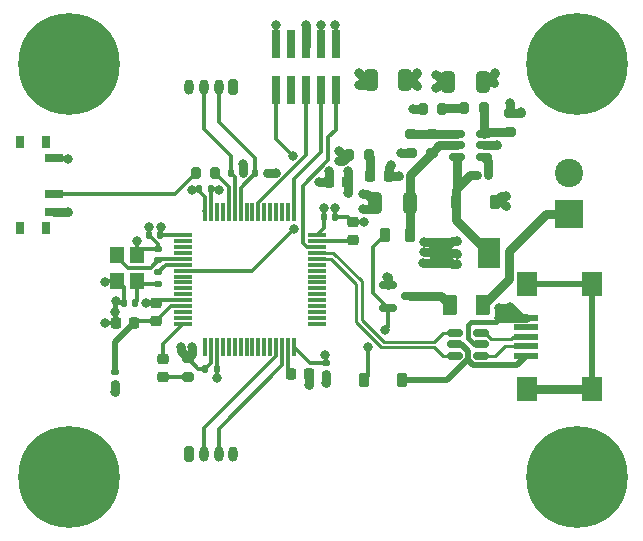
<source format=gbr>
%TF.GenerationSoftware,KiCad,Pcbnew,7.0.7*%
%TF.CreationDate,2023-10-16T17:07:58+03:00*%
%TF.ProjectId,custom_stm_design,63757374-6f6d-45f7-9374-6d5f64657369,rev?*%
%TF.SameCoordinates,Original*%
%TF.FileFunction,Copper,L1,Top*%
%TF.FilePolarity,Positive*%
%FSLAX46Y46*%
G04 Gerber Fmt 4.6, Leading zero omitted, Abs format (unit mm)*
G04 Created by KiCad (PCBNEW 7.0.7) date 2023-10-16 17:07:58*
%MOMM*%
%LPD*%
G01*
G04 APERTURE LIST*
G04 Aperture macros list*
%AMRoundRect*
0 Rectangle with rounded corners*
0 $1 Rounding radius*
0 $2 $3 $4 $5 $6 $7 $8 $9 X,Y pos of 4 corners*
0 Add a 4 corners polygon primitive as box body*
4,1,4,$2,$3,$4,$5,$6,$7,$8,$9,$2,$3,0*
0 Add four circle primitives for the rounded corners*
1,1,$1+$1,$2,$3*
1,1,$1+$1,$4,$5*
1,1,$1+$1,$6,$7*
1,1,$1+$1,$8,$9*
0 Add four rect primitives between the rounded corners*
20,1,$1+$1,$2,$3,$4,$5,0*
20,1,$1+$1,$4,$5,$6,$7,0*
20,1,$1+$1,$6,$7,$8,$9,0*
20,1,$1+$1,$8,$9,$2,$3,0*%
G04 Aperture macros list end*
%TA.AperFunction,SMDPad,CuDef*%
%ADD10R,0.740000X2.400000*%
%TD*%
%TA.AperFunction,ComponentPad*%
%ADD11C,0.900000*%
%TD*%
%TA.AperFunction,ComponentPad*%
%ADD12C,8.600000*%
%TD*%
%TA.AperFunction,SMDPad,CuDef*%
%ADD13RoundRect,0.250000X0.375000X0.625000X-0.375000X0.625000X-0.375000X-0.625000X0.375000X-0.625000X0*%
%TD*%
%TA.AperFunction,SMDPad,CuDef*%
%ADD14RoundRect,0.225000X-0.225000X-0.375000X0.225000X-0.375000X0.225000X0.375000X-0.225000X0.375000X0*%
%TD*%
%TA.AperFunction,SMDPad,CuDef*%
%ADD15RoundRect,0.135000X-0.135000X-0.185000X0.135000X-0.185000X0.135000X0.185000X-0.135000X0.185000X0*%
%TD*%
%TA.AperFunction,SMDPad,CuDef*%
%ADD16RoundRect,0.140000X0.170000X-0.140000X0.170000X0.140000X-0.170000X0.140000X-0.170000X-0.140000X0*%
%TD*%
%TA.AperFunction,SMDPad,CuDef*%
%ADD17RoundRect,0.140000X-0.170000X0.140000X-0.170000X-0.140000X0.170000X-0.140000X0.170000X0.140000X0*%
%TD*%
%TA.AperFunction,SMDPad,CuDef*%
%ADD18RoundRect,0.218750X0.256250X-0.218750X0.256250X0.218750X-0.256250X0.218750X-0.256250X-0.218750X0*%
%TD*%
%TA.AperFunction,SMDPad,CuDef*%
%ADD19RoundRect,0.250000X-0.325000X-0.650000X0.325000X-0.650000X0.325000X0.650000X-0.325000X0.650000X0*%
%TD*%
%TA.AperFunction,SMDPad,CuDef*%
%ADD20RoundRect,0.218750X-0.218750X-0.256250X0.218750X-0.256250X0.218750X0.256250X-0.218750X0.256250X0*%
%TD*%
%TA.AperFunction,SMDPad,CuDef*%
%ADD21RoundRect,0.140000X-0.140000X-0.170000X0.140000X-0.170000X0.140000X0.170000X-0.140000X0.170000X0*%
%TD*%
%TA.AperFunction,SMDPad,CuDef*%
%ADD22R,1.900000X2.500000*%
%TD*%
%TA.AperFunction,SMDPad,CuDef*%
%ADD23RoundRect,0.225000X-0.225000X-0.250000X0.225000X-0.250000X0.225000X0.250000X-0.225000X0.250000X0*%
%TD*%
%TA.AperFunction,SMDPad,CuDef*%
%ADD24RoundRect,0.147500X0.172500X-0.147500X0.172500X0.147500X-0.172500X0.147500X-0.172500X-0.147500X0*%
%TD*%
%TA.AperFunction,SMDPad,CuDef*%
%ADD25RoundRect,0.135000X0.185000X-0.135000X0.185000X0.135000X-0.185000X0.135000X-0.185000X-0.135000X0*%
%TD*%
%TA.AperFunction,ComponentPad*%
%ADD26RoundRect,0.200000X-0.200000X-0.450000X0.200000X-0.450000X0.200000X0.450000X-0.200000X0.450000X0*%
%TD*%
%TA.AperFunction,ComponentPad*%
%ADD27O,0.800000X1.300000*%
%TD*%
%TA.AperFunction,SMDPad,CuDef*%
%ADD28RoundRect,0.150000X0.512500X0.150000X-0.512500X0.150000X-0.512500X-0.150000X0.512500X-0.150000X0*%
%TD*%
%TA.AperFunction,SMDPad,CuDef*%
%ADD29RoundRect,0.075000X-0.700000X-0.075000X0.700000X-0.075000X0.700000X0.075000X-0.700000X0.075000X0*%
%TD*%
%TA.AperFunction,SMDPad,CuDef*%
%ADD30RoundRect,0.075000X-0.075000X-0.700000X0.075000X-0.700000X0.075000X0.700000X-0.075000X0.700000X0*%
%TD*%
%TA.AperFunction,SMDPad,CuDef*%
%ADD31RoundRect,0.200000X-0.200000X-0.275000X0.200000X-0.275000X0.200000X0.275000X-0.200000X0.275000X0*%
%TD*%
%TA.AperFunction,SMDPad,CuDef*%
%ADD32RoundRect,0.200000X0.275000X-0.200000X0.275000X0.200000X-0.275000X0.200000X-0.275000X-0.200000X0*%
%TD*%
%TA.AperFunction,SMDPad,CuDef*%
%ADD33R,0.800000X1.000000*%
%TD*%
%TA.AperFunction,SMDPad,CuDef*%
%ADD34R,1.500000X0.700000*%
%TD*%
%TA.AperFunction,SMDPad,CuDef*%
%ADD35RoundRect,0.140000X0.140000X0.170000X-0.140000X0.170000X-0.140000X-0.170000X0.140000X-0.170000X0*%
%TD*%
%TA.AperFunction,SMDPad,CuDef*%
%ADD36R,2.000000X0.500000*%
%TD*%
%TA.AperFunction,SMDPad,CuDef*%
%ADD37R,1.700000X2.000000*%
%TD*%
%TA.AperFunction,SMDPad,CuDef*%
%ADD38RoundRect,0.225000X0.225000X0.250000X-0.225000X0.250000X-0.225000X-0.250000X0.225000X-0.250000X0*%
%TD*%
%TA.AperFunction,SMDPad,CuDef*%
%ADD39RoundRect,0.225000X-0.250000X0.225000X-0.250000X-0.225000X0.250000X-0.225000X0.250000X0.225000X0*%
%TD*%
%TA.AperFunction,SMDPad,CuDef*%
%ADD40RoundRect,0.200000X-0.275000X0.200000X-0.275000X-0.200000X0.275000X-0.200000X0.275000X0.200000X0*%
%TD*%
%TA.AperFunction,SMDPad,CuDef*%
%ADD41RoundRect,0.150000X-0.587500X-0.150000X0.587500X-0.150000X0.587500X0.150000X-0.587500X0.150000X0*%
%TD*%
%TA.AperFunction,ComponentPad*%
%ADD42R,2.400000X2.400000*%
%TD*%
%TA.AperFunction,ComponentPad*%
%ADD43C,2.400000*%
%TD*%
%TA.AperFunction,ComponentPad*%
%ADD44RoundRect,0.200000X0.200000X0.450000X-0.200000X0.450000X-0.200000X-0.450000X0.200000X-0.450000X0*%
%TD*%
%TA.AperFunction,SMDPad,CuDef*%
%ADD45RoundRect,0.218750X-0.218750X-0.381250X0.218750X-0.381250X0.218750X0.381250X-0.218750X0.381250X0*%
%TD*%
%TA.AperFunction,SMDPad,CuDef*%
%ADD46R,1.200000X1.400000*%
%TD*%
%TA.AperFunction,SMDPad,CuDef*%
%ADD47RoundRect,0.225000X0.225000X0.375000X-0.225000X0.375000X-0.225000X-0.375000X0.225000X-0.375000X0*%
%TD*%
%TA.AperFunction,ViaPad*%
%ADD48C,0.800000*%
%TD*%
%TA.AperFunction,Conductor*%
%ADD49C,0.750000*%
%TD*%
%TA.AperFunction,Conductor*%
%ADD50C,0.300000*%
%TD*%
%TA.AperFunction,Conductor*%
%ADD51C,0.400000*%
%TD*%
%TA.AperFunction,Conductor*%
%ADD52C,0.500000*%
%TD*%
%TA.AperFunction,Conductor*%
%ADD53C,0.261112*%
%TD*%
G04 APERTURE END LIST*
D10*
%TO.P,J2,1,Pin_1*%
%TO.N,+3.3V*%
X107540000Y-69300000D03*
%TO.P,J2,2,Pin_2*%
%TO.N,SWDIO*%
X107540000Y-73200000D03*
%TO.P,J2,3,Pin_3*%
%TO.N,GND*%
X106270000Y-69300000D03*
%TO.P,J2,4,Pin_4*%
%TO.N,SWCLK*%
X106270000Y-73200000D03*
%TO.P,J2,5,Pin_5*%
%TO.N,GND*%
X105000000Y-69300000D03*
%TO.P,J2,6,Pin_6*%
%TO.N,SWD*%
X105000000Y-73200000D03*
%TO.P,J2,7,Pin_7*%
%TO.N,unconnected-(J2-Pin_7-Pad7)*%
X103730000Y-69300000D03*
%TO.P,J2,8,Pin_8*%
%TO.N,unconnected-(J2-Pin_8-Pad8)*%
X103730000Y-73200000D03*
%TO.P,J2,9,Pin_9*%
%TO.N,GND*%
X102460000Y-69300000D03*
%TO.P,J2,10,Pin_10*%
%TO.N,NRST*%
X102460000Y-73200000D03*
%TD*%
D11*
%TO.P,H4,1,1*%
%TO.N,GND*%
X81775000Y-106000000D03*
X82719581Y-103719581D03*
X82719581Y-108280419D03*
X85000000Y-102775000D03*
D12*
X85000000Y-106000000D03*
D11*
X85000000Y-109225000D03*
X87280419Y-103719581D03*
X87280419Y-108280419D03*
X88225000Y-106000000D03*
%TD*%
D13*
%TO.P,F1,1*%
%TO.N,+12V*%
X120000000Y-91450000D03*
%TO.P,F1,2*%
%TO.N,Net-(Q1-D)*%
X117200000Y-91450000D03*
%TD*%
D14*
%TO.P,D2,1,K*%
%TO.N,Net-(D2-K)*%
X109900000Y-97750000D03*
%TO.P,D2,2,A*%
%TO.N,+5V*%
X113200000Y-97750000D03*
%TD*%
D11*
%TO.P,H2,1,1*%
%TO.N,GND*%
X124775000Y-106000000D03*
X125719581Y-103719581D03*
X125719581Y-108280419D03*
X128000000Y-102775000D03*
D12*
X128000000Y-106000000D03*
D11*
X128000000Y-109225000D03*
X130280419Y-103719581D03*
X130280419Y-108280419D03*
X131225000Y-106000000D03*
%TD*%
D15*
%TO.P,R5,1*%
%TO.N,I2C1_SCL*%
X100740000Y-80250000D03*
%TO.P,R5,2*%
%TO.N,+3.3V*%
X101760000Y-80250000D03*
%TD*%
D16*
%TO.P,C7,1*%
%TO.N,GND*%
X106700000Y-97280000D03*
%TO.P,C7,2*%
%TO.N,+3.3V*%
X106700000Y-96320000D03*
%TD*%
D17*
%TO.P,C1,1*%
%TO.N,GND*%
X92500000Y-86670000D03*
%TO.P,C1,2*%
%TO.N,HSE_IN*%
X92500000Y-87630000D03*
%TD*%
D18*
%TO.P,D1,1,K*%
%TO.N,Net-(D1-K)*%
X92900000Y-97537500D03*
%TO.P,D1,2,A*%
%TO.N,LED_Status*%
X92900000Y-95962500D03*
%TD*%
D19*
%TO.P,C13,1*%
%TO.N,GND*%
X110875000Y-82750000D03*
%TO.P,C13,2*%
%TO.N,BUCK_IN*%
X113825000Y-82750000D03*
%TD*%
D20*
%TO.P,D4,1,K*%
%TO.N,Net-(D4-K)*%
X110462500Y-80500000D03*
%TO.P,D4,2,A*%
%TO.N,+3.3V*%
X112037500Y-80500000D03*
%TD*%
D21*
%TO.P,C8,1*%
%TO.N,GND*%
X91720000Y-85500000D03*
%TO.P,C8,2*%
%TO.N,+3.3V*%
X92680000Y-85500000D03*
%TD*%
D19*
%TO.P,C15,2*%
%TO.N,+3.3V*%
X113450000Y-72325000D03*
%TO.P,C15,1*%
%TO.N,GND*%
X110500000Y-72325000D03*
%TD*%
D22*
%TO.P,L2,1*%
%TO.N,BUCK_SW*%
X120525000Y-86975000D03*
%TO.P,L2,2*%
%TO.N,+3.3V*%
X116425000Y-86975000D03*
%TD*%
D23*
%TO.P,C12,1*%
%TO.N,GND*%
X88925000Y-92900000D03*
%TO.P,C12,2*%
%TO.N,+3.3VA*%
X90475000Y-92900000D03*
%TD*%
D24*
%TO.P,L1,1*%
%TO.N,+3.3V*%
X88875000Y-98085000D03*
%TO.P,L1,2*%
%TO.N,+3.3VA*%
X88875000Y-97115000D03*
%TD*%
D25*
%TO.P,R1,1*%
%TO.N,Net-(C2-Pad2)*%
X92500000Y-89660000D03*
%TO.P,R1,2*%
%TO.N,HSE_OUT*%
X92500000Y-88640000D03*
%TD*%
D26*
%TO.P,J5,1,Pin_1*%
%TO.N,+3.3V*%
X95125000Y-104050000D03*
D27*
%TO.P,J5,2,Pin_2*%
%TO.N,USART3_TX*%
X96375000Y-104050000D03*
%TO.P,J5,3,Pin_3*%
%TO.N,USART3_RX*%
X97625000Y-104050000D03*
%TO.P,J5,4,Pin_4*%
%TO.N,GND*%
X98875000Y-104050000D03*
%TD*%
D28*
%TO.P,U3,1,I/O1*%
%TO.N,USB_CONN_D-*%
X119887500Y-95700000D03*
%TO.P,U3,2,GND*%
%TO.N,GND*%
X119887500Y-94750000D03*
%TO.P,U3,3,I/O2*%
%TO.N,USB_CONN_D+*%
X119887500Y-93800000D03*
%TO.P,U3,4,I/O2*%
%TO.N,USB_D+*%
X117612500Y-93800000D03*
%TO.P,U3,5,VBUS*%
%TO.N,+5V*%
X117612500Y-94750000D03*
%TO.P,U3,6,I/O1*%
%TO.N,USB_D-*%
X117612500Y-95700000D03*
%TD*%
D15*
%TO.P,R4,1*%
%TO.N,I2C1_SDA*%
X98640000Y-80250000D03*
%TO.P,R4,2*%
%TO.N,+3.3V*%
X99660000Y-80250000D03*
%TD*%
D29*
%TO.P,U1,1,VBAT*%
%TO.N,+3.3V*%
X94575000Y-85500000D03*
%TO.P,U1,2,PC13*%
%TO.N,unconnected-(U1-PC13-Pad2)*%
X94575000Y-86000000D03*
%TO.P,U1,3,PC14*%
%TO.N,unconnected-(U1-PC14-Pad3)*%
X94575000Y-86500000D03*
%TO.P,U1,4,PC15*%
%TO.N,unconnected-(U1-PC15-Pad4)*%
X94575000Y-87000000D03*
%TO.P,U1,5,PH0*%
%TO.N,HSE_IN*%
X94575000Y-87500000D03*
%TO.P,U1,6,PH1*%
%TO.N,HSE_OUT*%
X94575000Y-88000000D03*
%TO.P,U1,7,NRST*%
%TO.N,NRST*%
X94575000Y-88500000D03*
%TO.P,U1,8,PC0*%
%TO.N,unconnected-(U1-PC0-Pad8)*%
X94575000Y-89000000D03*
%TO.P,U1,9,PC1*%
%TO.N,unconnected-(U1-PC1-Pad9)*%
X94575000Y-89500000D03*
%TO.P,U1,10,PC2*%
%TO.N,unconnected-(U1-PC2-Pad10)*%
X94575000Y-90000000D03*
%TO.P,U1,11,PC3*%
%TO.N,unconnected-(U1-PC3-Pad11)*%
X94575000Y-90500000D03*
%TO.P,U1,12,VSSA*%
%TO.N,GND*%
X94575000Y-91000000D03*
%TO.P,U1,13,VDDA*%
%TO.N,+3.3VA*%
X94575000Y-91500000D03*
%TO.P,U1,14,PA0*%
%TO.N,unconnected-(U1-PA0-Pad14)*%
X94575000Y-92000000D03*
%TO.P,U1,15,PA1*%
%TO.N,unconnected-(U1-PA1-Pad15)*%
X94575000Y-92500000D03*
%TO.P,U1,16,PA2*%
%TO.N,LED_Status*%
X94575000Y-93000000D03*
D30*
%TO.P,U1,17,PA3*%
%TO.N,unconnected-(U1-PA3-Pad17)*%
X96500000Y-94925000D03*
%TO.P,U1,18,VSS*%
%TO.N,GND*%
X97000000Y-94925000D03*
%TO.P,U1,19,VDD*%
%TO.N,+3.3V*%
X97500000Y-94925000D03*
%TO.P,U1,20,PA4*%
%TO.N,unconnected-(U1-PA4-Pad20)*%
X98000000Y-94925000D03*
%TO.P,U1,21,PA5*%
%TO.N,unconnected-(U1-PA5-Pad21)*%
X98500000Y-94925000D03*
%TO.P,U1,22,PA6*%
%TO.N,unconnected-(U1-PA6-Pad22)*%
X99000000Y-94925000D03*
%TO.P,U1,23,PA7*%
%TO.N,unconnected-(U1-PA7-Pad23)*%
X99500000Y-94925000D03*
%TO.P,U1,24,PC4*%
%TO.N,unconnected-(U1-PC4-Pad24)*%
X100000000Y-94925000D03*
%TO.P,U1,25,PC5*%
%TO.N,unconnected-(U1-PC5-Pad25)*%
X100500000Y-94925000D03*
%TO.P,U1,26,PB0*%
%TO.N,unconnected-(U1-PB0-Pad26)*%
X101000000Y-94925000D03*
%TO.P,U1,27,PB1*%
%TO.N,unconnected-(U1-PB1-Pad27)*%
X101500000Y-94925000D03*
%TO.P,U1,28,PB2*%
%TO.N,unconnected-(U1-PB2-Pad28)*%
X102000000Y-94925000D03*
%TO.P,U1,29,PB10*%
%TO.N,USART3_TX*%
X102500000Y-94925000D03*
%TO.P,U1,30,PB11*%
%TO.N,USART3_RX*%
X103000000Y-94925000D03*
%TO.P,U1,31,VCAP_1*%
%TO.N,Net-(U1-VCAP_1)*%
X103500000Y-94925000D03*
%TO.P,U1,32,VDD*%
%TO.N,+3.3V*%
X104000000Y-94925000D03*
D29*
%TO.P,U1,33,PB12*%
%TO.N,unconnected-(U1-PB12-Pad33)*%
X105925000Y-93000000D03*
%TO.P,U1,34,PB13*%
%TO.N,unconnected-(U1-PB13-Pad34)*%
X105925000Y-92500000D03*
%TO.P,U1,35,PB14*%
%TO.N,unconnected-(U1-PB14-Pad35)*%
X105925000Y-92000000D03*
%TO.P,U1,36,PB15*%
%TO.N,unconnected-(U1-PB15-Pad36)*%
X105925000Y-91500000D03*
%TO.P,U1,37,PC6*%
%TO.N,unconnected-(U1-PC6-Pad37)*%
X105925000Y-91000000D03*
%TO.P,U1,38,PC7*%
%TO.N,unconnected-(U1-PC7-Pad38)*%
X105925000Y-90500000D03*
%TO.P,U1,39,PC8*%
%TO.N,unconnected-(U1-PC8-Pad39)*%
X105925000Y-90000000D03*
%TO.P,U1,40,PC9*%
%TO.N,unconnected-(U1-PC9-Pad40)*%
X105925000Y-89500000D03*
%TO.P,U1,41,PA8*%
%TO.N,unconnected-(U1-PA8-Pad41)*%
X105925000Y-89000000D03*
%TO.P,U1,42,PA9*%
%TO.N,unconnected-(U1-PA9-Pad42)*%
X105925000Y-88500000D03*
%TO.P,U1,43,PA10*%
%TO.N,unconnected-(U1-PA10-Pad43)*%
X105925000Y-88000000D03*
%TO.P,U1,44,PA11*%
%TO.N,USB_D-*%
X105925000Y-87500000D03*
%TO.P,U1,45,PA12*%
%TO.N,USB_D+*%
X105925000Y-87000000D03*
%TO.P,U1,46,PA13*%
%TO.N,SWDIO*%
X105925000Y-86500000D03*
%TO.P,U1,47,VCAP_2*%
%TO.N,Net-(U1-VCAP_2)*%
X105925000Y-86000000D03*
%TO.P,U1,48,VDD*%
%TO.N,+3.3V*%
X105925000Y-85500000D03*
D30*
%TO.P,U1,49,PA14*%
%TO.N,SWCLK*%
X104000000Y-83575000D03*
%TO.P,U1,50,PA15*%
%TO.N,unconnected-(U1-PA15-Pad50)*%
X103500000Y-83575000D03*
%TO.P,U1,51,PC10*%
%TO.N,unconnected-(U1-PC10-Pad51)*%
X103000000Y-83575000D03*
%TO.P,U1,52,PC11*%
%TO.N,unconnected-(U1-PC11-Pad52)*%
X102500000Y-83575000D03*
%TO.P,U1,53,PC12*%
%TO.N,unconnected-(U1-PC12-Pad53)*%
X102000000Y-83575000D03*
%TO.P,U1,54,PD2*%
%TO.N,unconnected-(U1-PD2-Pad54)*%
X101500000Y-83575000D03*
%TO.P,U1,55,PB3*%
%TO.N,SWD*%
X101000000Y-83575000D03*
%TO.P,U1,56,PB4*%
%TO.N,unconnected-(U1-PB4-Pad56)*%
X100500000Y-83575000D03*
%TO.P,U1,57,PB5*%
%TO.N,unconnected-(U1-PB5-Pad57)*%
X100000000Y-83575000D03*
%TO.P,U1,58,PB6*%
%TO.N,I2C1_SCL*%
X99500000Y-83575000D03*
%TO.P,U1,59,PB7*%
%TO.N,I2C1_SDA*%
X99000000Y-83575000D03*
%TO.P,U1,60,BOOT0*%
%TO.N,BOOT0*%
X98500000Y-83575000D03*
%TO.P,U1,61,PB8*%
%TO.N,unconnected-(U1-PB8-Pad61)*%
X98000000Y-83575000D03*
%TO.P,U1,62,PB9*%
%TO.N,unconnected-(U1-PB9-Pad62)*%
X97500000Y-83575000D03*
%TO.P,U1,63,VSS*%
%TO.N,GND*%
X97000000Y-83575000D03*
%TO.P,U1,64,VDD*%
%TO.N,+3.3V*%
X96500000Y-83575000D03*
%TD*%
D31*
%TO.P,R9,1*%
%TO.N,GND*%
X108675000Y-78750000D03*
%TO.P,R9,2*%
%TO.N,Net-(D4-K)*%
X110325000Y-78750000D03*
%TD*%
D32*
%TO.P,R11,1*%
%TO.N,GND*%
X113950000Y-78575000D03*
%TO.P,R11,2*%
%TO.N,BUCK_EN*%
X113950000Y-76925000D03*
%TD*%
D33*
%TO.P,SW1,*%
%TO.N,*%
X83030000Y-77600000D03*
X80820000Y-77600000D03*
X83030000Y-84900000D03*
X80820000Y-84900000D03*
D34*
%TO.P,SW1,1,A*%
%TO.N,+3.3V*%
X83680000Y-79000000D03*
%TO.P,SW1,2,B*%
%TO.N,Net-(SW1-B)*%
X83680000Y-82000000D03*
%TO.P,SW1,3,C*%
%TO.N,GND*%
X83680000Y-83500000D03*
%TD*%
D35*
%TO.P,C5,1*%
%TO.N,GND*%
X96955000Y-81625000D03*
%TO.P,C5,2*%
%TO.N,+3.3V*%
X95995000Y-81625000D03*
%TD*%
D36*
%TO.P,J4,1,VBUS*%
%TO.N,+5V*%
X123675000Y-95700000D03*
%TO.P,J4,2,D-*%
%TO.N,USB_CONN_D-*%
X123675000Y-94900000D03*
%TO.P,J4,3,D+*%
%TO.N,USB_CONN_D+*%
X123675000Y-94100000D03*
%TO.P,J4,4,ID*%
%TO.N,unconnected-(J4-ID-Pad4)*%
X123675000Y-93300000D03*
%TO.P,J4,5,GND*%
%TO.N,GND*%
X123675000Y-92500000D03*
D37*
%TO.P,J4,6,Shield*%
%TO.N,unconnected-(J4-Shield-Pad6)*%
X123775000Y-98550000D03*
X129225000Y-98550000D03*
X123775000Y-89650000D03*
X129225000Y-89650000D03*
%TD*%
D38*
%TO.P,C10,1*%
%TO.N,GND*%
X105275000Y-97250000D03*
%TO.P,C10,2*%
%TO.N,Net-(U1-VCAP_1)*%
X103725000Y-97250000D03*
%TD*%
D39*
%TO.P,C9,1*%
%TO.N,GND*%
X109000000Y-84375000D03*
%TO.P,C9,2*%
%TO.N,Net-(U1-VCAP_2)*%
X109000000Y-85925000D03*
%TD*%
D40*
%TO.P,R10,1*%
%TO.N,BUCK_EN*%
X115675000Y-76900000D03*
%TO.P,R10,2*%
%TO.N,BUCK_IN*%
X115675000Y-78550000D03*
%TD*%
D31*
%TO.P,R8,1*%
%TO.N,GND*%
X114925000Y-74800000D03*
%TO.P,R8,2*%
%TO.N,Net-(R7-Pad1)*%
X116575000Y-74800000D03*
%TD*%
D38*
%TO.P,C3,1*%
%TO.N,GND*%
X108525000Y-81000000D03*
%TO.P,C3,2*%
%TO.N,+3.3V*%
X106975000Y-81000000D03*
%TD*%
D11*
%TO.P,H1,1,1*%
%TO.N,GND*%
X124775000Y-71000000D03*
X125719581Y-68719581D03*
X125719581Y-73280419D03*
X128000000Y-67775000D03*
D12*
X128000000Y-71000000D03*
D11*
X128000000Y-74225000D03*
X130280419Y-68719581D03*
X130280419Y-73280419D03*
X131225000Y-71000000D03*
%TD*%
D41*
%TO.P,Q1,1,G*%
%TO.N,GND*%
X111937500Y-89725000D03*
%TO.P,Q1,2,S*%
%TO.N,Net-(D2-K)*%
X111937500Y-91625000D03*
%TO.P,Q1,3,D*%
%TO.N,Net-(Q1-D)*%
X113812500Y-90675000D03*
%TD*%
D11*
%TO.P,H3,1,1*%
%TO.N,GND*%
X81775000Y-71000000D03*
X82719581Y-68719581D03*
X82719581Y-73280419D03*
X85000000Y-67775000D03*
D12*
X85000000Y-71000000D03*
D11*
X85000000Y-74225000D03*
X87280419Y-68719581D03*
X87280419Y-73280419D03*
X88225000Y-71000000D03*
%TD*%
D21*
%TO.P,C4,1*%
%TO.N,GND*%
X96520000Y-96800000D03*
%TO.P,C4,2*%
%TO.N,+3.3V*%
X97480000Y-96800000D03*
%TD*%
D31*
%TO.P,R7,1*%
%TO.N,Net-(R7-Pad1)*%
X118425000Y-74750000D03*
%TO.P,R7,2*%
%TO.N,BUCK_FB*%
X120075000Y-74750000D03*
%TD*%
D35*
%TO.P,C6,1*%
%TO.N,GND*%
X107480000Y-83950000D03*
%TO.P,C6,2*%
%TO.N,+3.3V*%
X106520000Y-83950000D03*
%TD*%
D42*
%TO.P,J1,1,Pin_1*%
%TO.N,+12V*%
X127300000Y-83700000D03*
D43*
%TO.P,J1,2,Pin_2*%
%TO.N,GND*%
X127300000Y-80200000D03*
%TD*%
D40*
%TO.P,R2,1*%
%TO.N,GND*%
X95000000Y-95875000D03*
%TO.P,R2,2*%
%TO.N,Net-(D1-K)*%
X95000000Y-97525000D03*
%TD*%
D35*
%TO.P,C16,1*%
%TO.N,BUCK_BST*%
X120430000Y-80400000D03*
%TO.P,C16,2*%
%TO.N,BUCK_SW*%
X119470000Y-80400000D03*
%TD*%
D39*
%TO.P,C11,1*%
%TO.N,GND*%
X92350000Y-91225000D03*
%TO.P,C11,2*%
%TO.N,+3.3VA*%
X92350000Y-92775000D03*
%TD*%
D44*
%TO.P,J3,1,Pin_1*%
%TO.N,+3.3V*%
X98875000Y-72950000D03*
D27*
%TO.P,J3,2,Pin_2*%
%TO.N,I2C1_SCL*%
X97625000Y-72950000D03*
%TO.P,J3,3,Pin_3*%
%TO.N,I2C1_SDA*%
X96375000Y-72950000D03*
%TO.P,J3,4,Pin_4*%
%TO.N,GND*%
X95125000Y-72950000D03*
%TD*%
D45*
%TO.P,FB1,1*%
%TO.N,Net-(D2-K)*%
X111687500Y-85500000D03*
%TO.P,FB1,2*%
%TO.N,BUCK_IN*%
X113812500Y-85500000D03*
%TD*%
D19*
%TO.P,C14,2*%
%TO.N,+3.3V*%
X119975000Y-72550000D03*
%TO.P,C14,1*%
%TO.N,GND*%
X117025000Y-72550000D03*
%TD*%
D32*
%TO.P,R6,1*%
%TO.N,BUCK_FB*%
X122300000Y-76775000D03*
%TO.P,R6,2*%
%TO.N,+3.3V*%
X122300000Y-75125000D03*
%TD*%
D46*
%TO.P,Y1,1,1*%
%TO.N,HSE_IN*%
X89050000Y-87150000D03*
%TO.P,Y1,2,2*%
%TO.N,GND*%
X89050000Y-89350000D03*
%TO.P,Y1,3,3*%
%TO.N,Net-(C2-Pad2)*%
X90750000Y-89350000D03*
%TO.P,Y1,4,4*%
%TO.N,GND*%
X90750000Y-87150000D03*
%TD*%
D28*
%TO.P,U2,1,BST*%
%TO.N,BUCK_BST*%
X120087500Y-78850000D03*
%TO.P,U2,2,GND*%
%TO.N,GND*%
X120087500Y-77900000D03*
%TO.P,U2,3,FB*%
%TO.N,BUCK_FB*%
X120087500Y-76950000D03*
%TO.P,U2,4,EN*%
%TO.N,BUCK_EN*%
X117812500Y-76950000D03*
%TO.P,U2,5,IN*%
%TO.N,BUCK_IN*%
X117812500Y-77900000D03*
%TO.P,U2,6,SW*%
%TO.N,BUCK_SW*%
X117812500Y-78850000D03*
%TD*%
D21*
%TO.P,C2,1*%
%TO.N,GND*%
X89620000Y-91200000D03*
%TO.P,C2,2*%
%TO.N,Net-(C2-Pad2)*%
X90580000Y-91200000D03*
%TD*%
D31*
%TO.P,R3,1*%
%TO.N,Net-(SW1-B)*%
X95675000Y-80250000D03*
%TO.P,R3,2*%
%TO.N,BOOT0*%
X97325000Y-80250000D03*
%TD*%
D47*
%TO.P,D3,1,K*%
%TO.N,GND*%
X121050000Y-82650000D03*
%TO.P,D3,2,A*%
%TO.N,BUCK_SW*%
X117750000Y-82650000D03*
%TD*%
D48*
%TO.N,GND*%
X106300000Y-67675000D03*
X105000000Y-67675000D03*
X102450000Y-67675000D03*
%TO.N,+3.3V*%
X107525000Y-67675000D03*
%TO.N,NRST*%
X103937853Y-78812853D03*
%TO.N,+3.3V*%
X92725000Y-84775000D03*
%TO.N,GND*%
X91700000Y-84775000D03*
X97650000Y-81650000D03*
%TO.N,+3.3V*%
X95350000Y-81700000D03*
%TO.N,GND*%
X88900000Y-92000000D03*
X88025000Y-92925000D03*
X107525000Y-83200000D03*
X121225000Y-77900000D03*
X105300000Y-98175000D03*
X109925000Y-84375000D03*
X111875000Y-89000000D03*
X121925000Y-83025000D03*
X121925000Y-82175000D03*
X109850000Y-83250000D03*
X109875000Y-82050000D03*
X107850000Y-79225000D03*
X108550000Y-81900000D03*
X108550000Y-80075000D03*
X107850000Y-78400000D03*
X113050000Y-78575000D03*
X114075000Y-74775000D03*
X116075000Y-73025000D03*
X116050000Y-71975000D03*
X109500000Y-72800000D03*
X109500000Y-71750000D03*
X84850000Y-83500000D03*
X90750000Y-86000000D03*
X88050000Y-89425000D03*
X88925000Y-91100000D03*
X91450000Y-91225000D03*
X95350000Y-95000000D03*
X94425000Y-95000000D03*
X106700000Y-97975000D03*
X122325000Y-91600000D03*
X121375000Y-91625000D03*
X121375000Y-92550000D03*
X122225000Y-92525000D03*
%TO.N,+3.3V*%
X123225000Y-75100000D03*
X112225000Y-79575000D03*
X106975000Y-80075000D03*
X117775000Y-87050000D03*
X117775000Y-87975000D03*
X117775000Y-86025000D03*
X99675000Y-79500000D03*
X114975000Y-87825000D03*
X115025000Y-86950000D03*
X115025000Y-86075000D03*
X106100000Y-80975000D03*
X102500000Y-80250000D03*
X84850000Y-79075000D03*
X114450000Y-72825000D03*
X88875000Y-98800000D03*
X121000000Y-71800000D03*
X97500000Y-97550000D03*
X114450000Y-71800000D03*
X120975000Y-72625000D03*
X106675000Y-95625000D03*
X106575000Y-83200000D03*
X112900000Y-80525000D03*
X122275000Y-74300000D03*
%TO.N,Net-(D2-K)*%
X110250000Y-95000000D03*
X111750000Y-93500000D03*
%TO.N,NRST*%
X104000000Y-85000000D03*
%TD*%
D49*
%TO.N,BUCK_SW*%
X118925000Y-80400000D02*
X119470000Y-80400000D01*
X117812500Y-78850000D02*
X117812500Y-81512500D01*
X117812500Y-81512500D02*
X118925000Y-80400000D01*
X117750000Y-81650000D02*
X117750000Y-82650000D01*
D50*
%TO.N,+3.3V*%
X107540000Y-67690000D02*
X107525000Y-67675000D01*
X107540000Y-69300000D02*
X107540000Y-67690000D01*
%TO.N,GND*%
X106270000Y-69300000D02*
X106270000Y-67705000D01*
X106270000Y-67705000D02*
X106300000Y-67675000D01*
X102460000Y-67685000D02*
X102450000Y-67675000D01*
X102460000Y-69300000D02*
X102460000Y-67685000D01*
D49*
X105000000Y-67675000D02*
X105000000Y-69450000D01*
X105000000Y-67675000D02*
X105025000Y-67700000D01*
X105025000Y-67700000D02*
X105025000Y-69425000D01*
D50*
%TO.N,NRST*%
X102460000Y-77335000D02*
X102460000Y-73200000D01*
X103937853Y-78812853D02*
X102460000Y-77335000D01*
%TO.N,SWDIO*%
X104750000Y-86130330D02*
X105119670Y-86500000D01*
X106925000Y-79125000D02*
X104750000Y-81300000D01*
X104750000Y-81300000D02*
X104750000Y-86130330D01*
X107540000Y-76610000D02*
X106925000Y-77225000D01*
X105119670Y-86500000D02*
X105925000Y-86500000D01*
X107540000Y-73200000D02*
X107540000Y-76610000D01*
X106925000Y-77225000D02*
X106925000Y-79125000D01*
%TO.N,SWCLK*%
X104000000Y-80725000D02*
X104000000Y-83575000D01*
X106270000Y-73200000D02*
X106270000Y-78455000D01*
X106270000Y-78455000D02*
X104000000Y-80725000D01*
%TO.N,SWD*%
X101000000Y-82739950D02*
X101000000Y-83575000D01*
X105000000Y-73200000D02*
X105000000Y-78739950D01*
X105000000Y-78739950D02*
X101000000Y-82739950D01*
D49*
%TO.N,BUCK_EN*%
X117787500Y-76925000D02*
X117812500Y-76950000D01*
X113950000Y-76925000D02*
X117787500Y-76925000D01*
D50*
%TO.N,+3.3V*%
X92725000Y-85455000D02*
X92680000Y-85500000D01*
X92725000Y-84775000D02*
X92725000Y-85455000D01*
%TO.N,GND*%
X91700000Y-85480000D02*
X91720000Y-85500000D01*
X91700000Y-84775000D02*
X91700000Y-85480000D01*
X96955000Y-81625000D02*
X97625000Y-81625000D01*
X97625000Y-81625000D02*
X97650000Y-81650000D01*
%TO.N,+3.3V*%
X95425000Y-81625000D02*
X95350000Y-81700000D01*
X95995000Y-81625000D02*
X95425000Y-81625000D01*
%TO.N,GND*%
X97000000Y-81670000D02*
X96955000Y-81625000D01*
X97000000Y-83575000D02*
X97000000Y-81670000D01*
%TO.N,+3.3V*%
X96500000Y-82300000D02*
X96500000Y-83575000D01*
X95995000Y-81795000D02*
X96500000Y-82300000D01*
X95995000Y-81625000D02*
X95995000Y-81795000D01*
%TO.N,BOOT0*%
X98500000Y-81425000D02*
X97325000Y-80250000D01*
X98500000Y-83575000D02*
X98500000Y-81425000D01*
D51*
%TO.N,+3.3V*%
X84775000Y-79000000D02*
X84850000Y-79075000D01*
X83680000Y-79000000D02*
X84775000Y-79000000D01*
%TO.N,GND*%
X88900000Y-91125000D02*
X88925000Y-91100000D01*
X88900000Y-92000000D02*
X88900000Y-91125000D01*
X88900000Y-92875000D02*
X88925000Y-92900000D01*
X88900000Y-92000000D02*
X88900000Y-92875000D01*
D50*
X88050000Y-92900000D02*
X88025000Y-92925000D01*
X88925000Y-92900000D02*
X88050000Y-92900000D01*
X107480000Y-83245000D02*
X107525000Y-83200000D01*
X107480000Y-83950000D02*
X107480000Y-83245000D01*
D51*
X119025000Y-92850000D02*
X121075000Y-92850000D01*
X121075000Y-92850000D02*
X121375000Y-92550000D01*
X119275000Y-94750000D02*
X118750000Y-94225000D01*
X119887500Y-94750000D02*
X119275000Y-94750000D01*
X118750000Y-94225000D02*
X118750000Y-93125000D01*
X118750000Y-93125000D02*
X119025000Y-92850000D01*
D49*
X83680000Y-83500000D02*
X84850000Y-83500000D01*
X120087500Y-77900000D02*
X121225000Y-77900000D01*
X113050000Y-78575000D02*
X113950000Y-78575000D01*
X114100000Y-74800000D02*
X114075000Y-74775000D01*
X114925000Y-74800000D02*
X114100000Y-74800000D01*
X117025000Y-72550000D02*
X116550000Y-72550000D01*
X116550000Y-72550000D02*
X116141574Y-72958426D01*
X116758148Y-72550000D02*
X116116574Y-71908426D01*
X117025000Y-72550000D02*
X116758148Y-72550000D01*
X110025000Y-72800000D02*
X110500000Y-72325000D01*
X109500000Y-72800000D02*
X110025000Y-72800000D01*
X110075000Y-72325000D02*
X109500000Y-71750000D01*
X110500000Y-72325000D02*
X110075000Y-72325000D01*
D50*
X109000000Y-84375000D02*
X109925000Y-84375000D01*
D49*
X109850000Y-83250000D02*
X110375000Y-83250000D01*
X110375000Y-83250000D02*
X110875000Y-82750000D01*
X110175000Y-82050000D02*
X110875000Y-82750000D01*
X109875000Y-82050000D02*
X110175000Y-82050000D01*
X108550000Y-81900000D02*
X108550000Y-81025000D01*
X108550000Y-81025000D02*
X108525000Y-81000000D01*
X108550000Y-80975000D02*
X108525000Y-81000000D01*
X108550000Y-80075000D02*
X108550000Y-80975000D01*
X108200000Y-79225000D02*
X108675000Y-78750000D01*
X107850000Y-79225000D02*
X108200000Y-79225000D01*
X108675000Y-78750000D02*
X108200000Y-78750000D01*
X108200000Y-78750000D02*
X107850000Y-78400000D01*
X121550000Y-82650000D02*
X121925000Y-83025000D01*
X121050000Y-82650000D02*
X121550000Y-82650000D01*
X121525000Y-82175000D02*
X121050000Y-82650000D01*
X121925000Y-82175000D02*
X121525000Y-82175000D01*
X122325000Y-91600000D02*
X121375000Y-92550000D01*
X123225000Y-92500000D02*
X122325000Y-91600000D01*
X123675000Y-92500000D02*
X123225000Y-92500000D01*
X122300000Y-91625000D02*
X122325000Y-91600000D01*
X121375000Y-91625000D02*
X122300000Y-91625000D01*
X121375000Y-92550000D02*
X121375000Y-91625000D01*
X121400000Y-92525000D02*
X121375000Y-92550000D01*
X122225000Y-92525000D02*
X121400000Y-92525000D01*
X122250000Y-92500000D02*
X122225000Y-92525000D01*
X123675000Y-92500000D02*
X122250000Y-92500000D01*
X111937500Y-89725000D02*
X111937500Y-89062500D01*
X111937500Y-89062500D02*
X111875000Y-89000000D01*
X106700000Y-97280000D02*
X106700000Y-97975000D01*
X105275000Y-98150000D02*
X105300000Y-98175000D01*
X105275000Y-97250000D02*
X105275000Y-98150000D01*
X95350000Y-95525000D02*
X95000000Y-95875000D01*
X95350000Y-95000000D02*
X95350000Y-95525000D01*
X94425000Y-95300000D02*
X95000000Y-95875000D01*
X94425000Y-95000000D02*
X94425000Y-95300000D01*
D50*
X92350000Y-91225000D02*
X91450000Y-91225000D01*
X89025000Y-91200000D02*
X88925000Y-91100000D01*
X89620000Y-91200000D02*
X89025000Y-91200000D01*
X88125000Y-89350000D02*
X88050000Y-89425000D01*
X89050000Y-89350000D02*
X88125000Y-89350000D01*
X90750000Y-87150000D02*
X90750000Y-86000000D01*
D49*
%TO.N,+3.3V*%
X112037500Y-79762500D02*
X112225000Y-79575000D01*
X112037500Y-80500000D02*
X112037500Y-79762500D01*
X106975000Y-81000000D02*
X106975000Y-80075000D01*
X123200000Y-75125000D02*
X123225000Y-75100000D01*
X122300000Y-75125000D02*
X123200000Y-75125000D01*
X117425000Y-87975000D02*
X116425000Y-86975000D01*
X117775000Y-87975000D02*
X117425000Y-87975000D01*
X115575000Y-87825000D02*
X116425000Y-86975000D01*
X114975000Y-87825000D02*
X115575000Y-87825000D01*
X116400000Y-86950000D02*
X116425000Y-86975000D01*
X115025000Y-86950000D02*
X116400000Y-86950000D01*
X115525000Y-86075000D02*
X116425000Y-86975000D01*
X115025000Y-86075000D02*
X115525000Y-86075000D01*
X117375000Y-86025000D02*
X116425000Y-86975000D01*
X117775000Y-86025000D02*
X117375000Y-86025000D01*
X117700000Y-86975000D02*
X117775000Y-87050000D01*
X116425000Y-86975000D02*
X117700000Y-86975000D01*
D50*
X106520000Y-83255000D02*
X106575000Y-83200000D01*
X106520000Y-83950000D02*
X106520000Y-83255000D01*
D49*
X99675000Y-80235000D02*
X99660000Y-80250000D01*
X99675000Y-79500000D02*
X99675000Y-80235000D01*
X106125000Y-81000000D02*
X106100000Y-80975000D01*
X106975000Y-81000000D02*
X106125000Y-81000000D01*
X112875000Y-80500000D02*
X112900000Y-80525000D01*
X112037500Y-80500000D02*
X112875000Y-80500000D01*
X122300000Y-74325000D02*
X122275000Y-74300000D01*
X122300000Y-75125000D02*
X122300000Y-74325000D01*
X120900000Y-72550000D02*
X120975000Y-72625000D01*
X119975000Y-72550000D02*
X120900000Y-72550000D01*
X120250000Y-72550000D02*
X121000000Y-71800000D01*
X119975000Y-72550000D02*
X120250000Y-72550000D01*
X113450000Y-72325000D02*
X113950000Y-72325000D01*
X113950000Y-72325000D02*
X114450000Y-72825000D01*
X113925000Y-72325000D02*
X114450000Y-71800000D01*
X113450000Y-72325000D02*
X113925000Y-72325000D01*
X101760000Y-80250000D02*
X102500000Y-80250000D01*
X88875000Y-98085000D02*
X88875000Y-98800000D01*
D50*
X97480000Y-97530000D02*
X97500000Y-97550000D01*
X97480000Y-96800000D02*
X97480000Y-97530000D01*
X106700000Y-96320000D02*
X106700000Y-95650000D01*
X106700000Y-95650000D02*
X106675000Y-95625000D01*
D52*
%TO.N,+5V*%
X117002817Y-97750000D02*
X113200000Y-97750000D01*
X118750000Y-96002817D02*
X117002817Y-97750000D01*
X118750000Y-95323592D02*
X118750000Y-96002817D01*
%TO.N,unconnected-(J4-Shield-Pad6)*%
X129225000Y-89650000D02*
X129225000Y-98550000D01*
X123775000Y-89650000D02*
X129225000Y-89650000D01*
D49*
X123775000Y-98550000D02*
X129225000Y-98550000D01*
D50*
%TO.N,Net-(D2-K)*%
X110675000Y-90362500D02*
X111937500Y-91625000D01*
X110675000Y-86512500D02*
X110675000Y-90362500D01*
X111687500Y-85500000D02*
X110675000Y-86512500D01*
X111937500Y-91625000D02*
X111937500Y-93312500D01*
X111937500Y-93312500D02*
X111750000Y-93500000D01*
X111375000Y-91625000D02*
X111937500Y-91625000D01*
X111625000Y-85562500D02*
X111437500Y-85562500D01*
X111687500Y-85500000D02*
X111625000Y-85562500D01*
X111750000Y-91812500D02*
X111937500Y-91625000D01*
D49*
%TO.N,BUCK_SW*%
X117750000Y-84200000D02*
X117750000Y-82650000D01*
X120525000Y-86975000D02*
X117750000Y-84200000D01*
%TO.N,+12V*%
X122225000Y-89225000D02*
X120000000Y-91450000D01*
X122225000Y-86825000D02*
X122225000Y-89225000D01*
X125350000Y-83700000D02*
X122225000Y-86825000D01*
X127300000Y-83700000D02*
X125350000Y-83700000D01*
%TO.N,Net-(Q1-D)*%
X116425000Y-90675000D02*
X117200000Y-91450000D01*
X113812500Y-90675000D02*
X116425000Y-90675000D01*
D52*
%TO.N,+3.3VA*%
X88875000Y-94500000D02*
X90475000Y-92900000D01*
X88875000Y-97115000D02*
X88875000Y-94500000D01*
D50*
%TO.N,GND*%
X97000000Y-94925000D02*
X97000000Y-96320000D01*
X97000000Y-96320000D02*
X96520000Y-96800000D01*
X92500000Y-86670000D02*
X92500000Y-86280000D01*
X92500000Y-86670000D02*
X91230000Y-86670000D01*
X108575000Y-83950000D02*
X109000000Y-84375000D01*
X89620000Y-89920000D02*
X89050000Y-89350000D01*
X89620000Y-91200000D02*
X89620000Y-89920000D01*
X94575000Y-91000000D02*
X92575000Y-91000000D01*
X92575000Y-91000000D02*
X92350000Y-91225000D01*
X91230000Y-86670000D02*
X90750000Y-87150000D01*
X95925000Y-96800000D02*
X95000000Y-95875000D01*
X107480000Y-83950000D02*
X108575000Y-83950000D01*
X92500000Y-86280000D02*
X91720000Y-85500000D01*
X96520000Y-96800000D02*
X95925000Y-96800000D01*
%TO.N,HSE_IN*%
X89950000Y-88250000D02*
X89050000Y-87350000D01*
X91880000Y-88250000D02*
X89950000Y-88250000D01*
X94575000Y-87500000D02*
X92630000Y-87500000D01*
X89050000Y-87350000D02*
X89050000Y-87150000D01*
X92500000Y-87630000D02*
X91880000Y-88250000D01*
X92630000Y-87500000D02*
X92500000Y-87630000D01*
%TO.N,Net-(C2-Pad2)*%
X92500000Y-89660000D02*
X91060000Y-89660000D01*
X90750000Y-91030000D02*
X90580000Y-91200000D01*
X91060000Y-89660000D02*
X90750000Y-89350000D01*
X90750000Y-89350000D02*
X90750000Y-91030000D01*
%TO.N,+3.3V*%
X97500000Y-96780000D02*
X97480000Y-96800000D01*
X106520000Y-83950000D02*
X106520000Y-84905000D01*
X96370000Y-83445000D02*
X96500000Y-83575000D01*
X105395000Y-96320000D02*
X104000000Y-94925000D01*
X94575000Y-85500000D02*
X92680000Y-85500000D01*
X97500000Y-94925000D02*
X97500000Y-96780000D01*
X106520000Y-84905000D02*
X105925000Y-85500000D01*
X106700000Y-96320000D02*
X105395000Y-96320000D01*
%TO.N,Net-(U1-VCAP_2)*%
X108925000Y-86000000D02*
X109000000Y-85925000D01*
X105925000Y-86000000D02*
X108925000Y-86000000D01*
%TO.N,Net-(U1-VCAP_1)*%
X103500000Y-94925000D02*
X103500000Y-97025000D01*
X103500000Y-97025000D02*
X103725000Y-97250000D01*
%TO.N,+3.3VA*%
X90600000Y-92775000D02*
X90475000Y-92900000D01*
X94575000Y-91500000D02*
X93625000Y-91500000D01*
X93625000Y-91500000D02*
X92350000Y-92775000D01*
X92350000Y-92775000D02*
X90600000Y-92775000D01*
D49*
%TO.N,BUCK_IN*%
X116325000Y-77900000D02*
X115675000Y-78550000D01*
X113825000Y-85487500D02*
X113812500Y-85500000D01*
X113812500Y-82762500D02*
X113825000Y-82750000D01*
X115675000Y-78550000D02*
X113825000Y-80400000D01*
X113825000Y-80400000D02*
X113825000Y-82750000D01*
X113812500Y-85500000D02*
X113812500Y-82762500D01*
X117812500Y-77900000D02*
X116325000Y-77900000D01*
%TO.N,BUCK_BST*%
X120430000Y-79192500D02*
X120430000Y-80400000D01*
X120087500Y-78850000D02*
X120430000Y-79192500D01*
D50*
%TO.N,Net-(D1-K)*%
X92900000Y-97537500D02*
X94987500Y-97537500D01*
X94987500Y-97537500D02*
X95000000Y-97525000D01*
%TO.N,LED_Status*%
X94575000Y-93000000D02*
X92900000Y-94675000D01*
X92900000Y-94675000D02*
X92900000Y-95962500D01*
%TO.N,Net-(D2-K)*%
X110250000Y-95000000D02*
X110250000Y-97400000D01*
X110250000Y-97400000D02*
X109900000Y-97750000D01*
D52*
%TO.N,+5V*%
X118176408Y-94750000D02*
X117612500Y-94750000D01*
X122875000Y-96500000D02*
X119197183Y-96500000D01*
X123675000Y-95700000D02*
X122875000Y-96500000D01*
X119197183Y-96500000D02*
X118750000Y-96052817D01*
X118750000Y-96052817D02*
X118750000Y-95323592D01*
X118750000Y-95323592D02*
X118176408Y-94750000D01*
D49*
%TO.N,Net-(D4-K)*%
X110462500Y-78887500D02*
X110325000Y-78750000D01*
X110462500Y-80500000D02*
X110462500Y-78887500D01*
D50*
%TO.N,NRST*%
X102460000Y-74210000D02*
X102460000Y-73050000D01*
%TO.N,SWD*%
X105000000Y-73050000D02*
X105000000Y-72375000D01*
%TO.N,NRST*%
X100500000Y-88500000D02*
X94575000Y-88500000D01*
X104000000Y-85000000D02*
X100500000Y-88500000D01*
%TO.N,SWDIO*%
X107540000Y-73050000D02*
X107540000Y-73725000D01*
%TO.N,I2C1_SCL*%
X99500000Y-81490000D02*
X99500000Y-83575000D01*
X100740000Y-80250000D02*
X100740000Y-78990000D01*
X100740000Y-80250000D02*
X99500000Y-81490000D01*
X97625000Y-75875000D02*
X97625000Y-72950000D01*
X100740000Y-78990000D02*
X97625000Y-75875000D01*
%TO.N,I2C1_SDA*%
X98640000Y-80250000D02*
X99000000Y-80610000D01*
X99000000Y-80610000D02*
X99000000Y-83575000D01*
X98640000Y-78786396D02*
X98640000Y-80250000D01*
X96375000Y-72950000D02*
X96375000Y-76521396D01*
X96375000Y-76521396D02*
X98640000Y-78786396D01*
D53*
%TO.N,USB_CONN_D-*%
X121050000Y-95700000D02*
X119887500Y-95700000D01*
X121850000Y-94900000D02*
X121050000Y-95700000D01*
X123675000Y-94900000D02*
X121850000Y-94900000D01*
%TO.N,USB_CONN_D+*%
X122568392Y-94100000D02*
X122418392Y-94250000D01*
X122418392Y-94250000D02*
X120658898Y-94250000D01*
X120208898Y-93800000D02*
X119887500Y-93800000D01*
X123675000Y-94100000D02*
X122568392Y-94100000D01*
X120658898Y-94250000D02*
X120208898Y-93800000D01*
D50*
%TO.N,USART3_TX*%
X102500000Y-94925000D02*
X102500000Y-95730330D01*
X96375000Y-101855330D02*
X96375000Y-104050000D01*
X102500000Y-95730330D02*
X96375000Y-101855330D01*
%TO.N,USART3_RX*%
X102975000Y-96525000D02*
X97625000Y-101875000D01*
X103000000Y-94925000D02*
X102975000Y-94950000D01*
X97625000Y-101875000D02*
X97625000Y-104050000D01*
X102975000Y-94950000D02*
X102975000Y-96525000D01*
%TO.N,HSE_OUT*%
X93140000Y-88000000D02*
X92500000Y-88640000D01*
X94575000Y-88000000D02*
X93140000Y-88000000D01*
%TO.N,Net-(SW1-B)*%
X93925000Y-82000000D02*
X83680000Y-82000000D01*
X95675000Y-80250000D02*
X93925000Y-82000000D01*
D49*
%TO.N,BUCK_FB*%
X120075000Y-76937500D02*
X120087500Y-76950000D01*
X120075000Y-74750000D02*
X120075000Y-76937500D01*
X122300000Y-76775000D02*
X120262500Y-76775000D01*
X120262500Y-76775000D02*
X120087500Y-76950000D01*
%TO.N,Net-(R7-Pad1)*%
X118425000Y-74750000D02*
X116625000Y-74750000D01*
X116625000Y-74750000D02*
X116575000Y-74800000D01*
D53*
%TO.N,USB_D-*%
X107105345Y-87482156D02*
X107153836Y-87482156D01*
X109267844Y-92846164D02*
X111403836Y-94982156D01*
X105925000Y-87500000D02*
X107087501Y-87500000D01*
X107087501Y-87500000D02*
X107105345Y-87482156D01*
X115900905Y-94982156D02*
X116618749Y-95700000D01*
X107153836Y-87482156D02*
X109267844Y-89596164D01*
X111403836Y-94982156D02*
X115900905Y-94982156D01*
X116618749Y-95700000D02*
X117612500Y-95700000D01*
X109267844Y-89596164D02*
X109267844Y-92846164D01*
%TO.N,USB_D+*%
X115900905Y-94517844D02*
X116618749Y-93800000D01*
X116618749Y-93800000D02*
X117612500Y-93800000D01*
X111596164Y-94517844D02*
X115900905Y-94517844D01*
X107105345Y-87017844D02*
X107346164Y-87017844D01*
X109732156Y-89403836D02*
X109732156Y-92653836D01*
X107346164Y-87017844D02*
X109732156Y-89403836D01*
X109732156Y-92653836D02*
X111596164Y-94517844D01*
X107087501Y-87000000D02*
X107105345Y-87017844D01*
X105925000Y-87000000D02*
X107087501Y-87000000D01*
%TD*%
M02*

</source>
